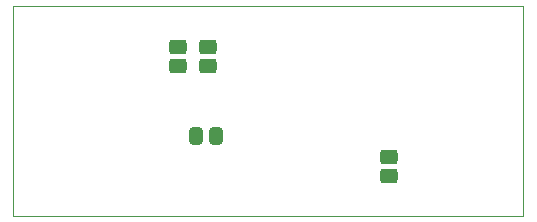
<source format=gbp>
G04*
G04 #@! TF.GenerationSoftware,Altium Limited,Altium Designer,24.2.2 (26)*
G04*
G04 Layer_Color=128*
%FSLAX44Y44*%
%MOMM*%
G71*
G04*
G04 #@! TF.SameCoordinates,84A61C28-107D-4167-A594-B99BE37EB826*
G04*
G04*
G04 #@! TF.FilePolarity,Positive*
G04*
G01*
G75*
%ADD12C,0.1000*%
G04:AMPARAMS|DCode=40|XSize=1.11mm|YSize=1.47mm|CornerRadius=0.2498mm|HoleSize=0mm|Usage=FLASHONLY|Rotation=180.000|XOffset=0mm|YOffset=0mm|HoleType=Round|Shape=RoundedRectangle|*
%AMROUNDEDRECTD40*
21,1,1.1100,0.9705,0,0,180.0*
21,1,0.6105,1.4700,0,0,180.0*
1,1,0.4995,-0.3053,0.4853*
1,1,0.4995,0.3053,0.4853*
1,1,0.4995,0.3053,-0.4853*
1,1,0.4995,-0.3053,-0.4853*
%
%ADD40ROUNDEDRECTD40*%
G04:AMPARAMS|DCode=99|XSize=1.25mm|YSize=1.47mm|CornerRadius=0.2813mm|HoleSize=0mm|Usage=FLASHONLY|Rotation=270.000|XOffset=0mm|YOffset=0mm|HoleType=Round|Shape=RoundedRectangle|*
%AMROUNDEDRECTD99*
21,1,1.2500,0.9075,0,0,270.0*
21,1,0.6875,1.4700,0,0,270.0*
1,1,0.5625,-0.4537,-0.3438*
1,1,0.5625,-0.4537,0.3438*
1,1,0.5625,0.4537,0.3438*
1,1,0.5625,0.4537,-0.3438*
%
%ADD99ROUNDEDRECTD99*%
D12*
Y177800D02*
X431800D01*
Y0D02*
Y177800D01*
X0Y0D02*
X431800D01*
X0D02*
Y177800D01*
D40*
X154700Y68200D02*
D03*
X171700D02*
D03*
D99*
X139751Y127449D02*
D03*
Y143549D02*
D03*
X317620Y50050D02*
D03*
Y33950D02*
D03*
X165001Y127449D02*
D03*
Y143549D02*
D03*
M02*

</source>
